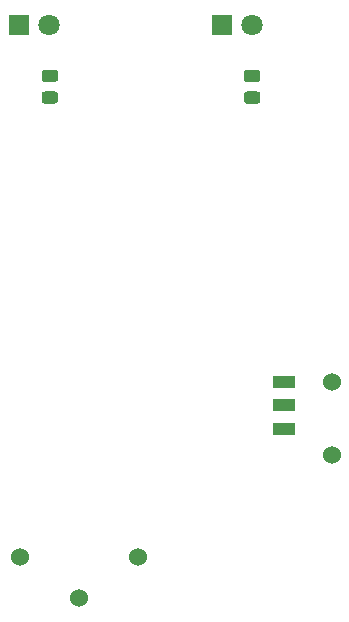
<source format=gbr>
%TF.GenerationSoftware,KiCad,Pcbnew,(5.1.9-0-10_14)*%
%TF.CreationDate,2021-10-18T12:15:18-07:00*%
%TF.ProjectId,ghost_pcb_2,67686f73-745f-4706-9362-5f322e6b6963,rev?*%
%TF.SameCoordinates,Original*%
%TF.FileFunction,Soldermask,Bot*%
%TF.FilePolarity,Negative*%
%FSLAX46Y46*%
G04 Gerber Fmt 4.6, Leading zero omitted, Abs format (unit mm)*
G04 Created by KiCad (PCBNEW (5.1.9-0-10_14)) date 2021-10-18 12:15:18*
%MOMM*%
%LPD*%
G01*
G04 APERTURE LIST*
%ADD10C,1.524000*%
%ADD11R,1.900000X1.000000*%
%ADD12C,1.800000*%
%ADD13R,1.800000X1.800000*%
G04 APERTURE END LIST*
D10*
%TO.C,SW1*%
X157302200Y-110971800D03*
X157302200Y-117221800D03*
D11*
X153252200Y-110971800D03*
X153238200Y-112971800D03*
X153238200Y-114971800D03*
%TD*%
%TO.C,R2*%
G36*
G01*
X133876202Y-85602500D02*
X132976198Y-85602500D01*
G75*
G02*
X132726200Y-85352502I0J249998D01*
G01*
X132726200Y-84827498D01*
G75*
G02*
X132976198Y-84577500I249998J0D01*
G01*
X133876202Y-84577500D01*
G75*
G02*
X134126200Y-84827498I0J-249998D01*
G01*
X134126200Y-85352502D01*
G75*
G02*
X133876202Y-85602500I-249998J0D01*
G01*
G37*
G36*
G01*
X133876202Y-87427500D02*
X132976198Y-87427500D01*
G75*
G02*
X132726200Y-87177502I0J249998D01*
G01*
X132726200Y-86652498D01*
G75*
G02*
X132976198Y-86402500I249998J0D01*
G01*
X133876202Y-86402500D01*
G75*
G02*
X134126200Y-86652498I0J-249998D01*
G01*
X134126200Y-87177502D01*
G75*
G02*
X133876202Y-87427500I-249998J0D01*
G01*
G37*
%TD*%
%TO.C,R1*%
G36*
G01*
X150995802Y-85602500D02*
X150095798Y-85602500D01*
G75*
G02*
X149845800Y-85352502I0J249998D01*
G01*
X149845800Y-84827498D01*
G75*
G02*
X150095798Y-84577500I249998J0D01*
G01*
X150995802Y-84577500D01*
G75*
G02*
X151245800Y-84827498I0J-249998D01*
G01*
X151245800Y-85352502D01*
G75*
G02*
X150995802Y-85602500I-249998J0D01*
G01*
G37*
G36*
G01*
X150995802Y-87427500D02*
X150095798Y-87427500D01*
G75*
G02*
X149845800Y-87177502I0J249998D01*
G01*
X149845800Y-86652498D01*
G75*
G02*
X150095798Y-86402500I249998J0D01*
G01*
X150995802Y-86402500D01*
G75*
G02*
X151245800Y-86652498I0J-249998D01*
G01*
X151245800Y-87177502D01*
G75*
G02*
X150995802Y-87427500I-249998J0D01*
G01*
G37*
%TD*%
D12*
%TO.C,D2*%
X133350000Y-80772000D03*
D13*
X130810000Y-80772000D03*
%TD*%
D12*
%TO.C,D1*%
X150545800Y-80797400D03*
D13*
X148005800Y-80797400D03*
%TD*%
D10*
%TO.C,BAT1*%
X140860800Y-125831600D03*
X135860800Y-129301601D03*
X130860800Y-125831600D03*
%TD*%
M02*

</source>
